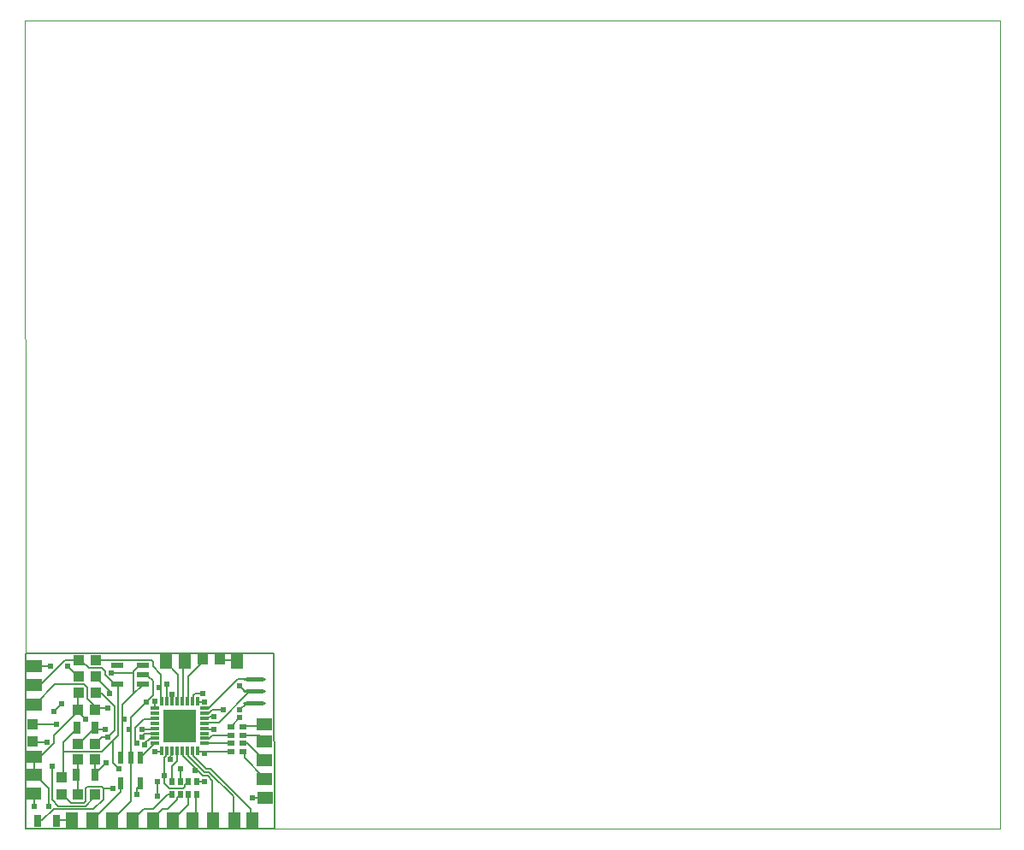
<source format=gtl>
G75*
%MOIN*%
%OFA0B0*%
%FSLAX25Y25*%
%IPPOS*%
%LPD*%
%AMOC8*
5,1,8,0,0,1.08239X$1,22.5*
%
%ADD10C,0.00000*%
%ADD11C,0.00700*%
%ADD12R,0.04331X0.03937*%
%ADD13R,0.06000X0.05000*%
%ADD14R,0.05000X0.06000*%
%ADD15R,0.03150X0.04724*%
%ADD16R,0.03937X0.04331*%
%ADD17R,0.02559X0.01969*%
%ADD18R,0.01969X0.02559*%
%ADD19R,0.02165X0.04724*%
%ADD20R,0.04724X0.02165*%
%ADD21C,0.01772*%
%ADD22C,0.01000*%
%ADD23R,0.03200X0.01200*%
%ADD24R,0.01200X0.03200*%
%ADD25R,0.12800X0.12800*%
%ADD26C,0.00500*%
%ADD27C,0.02400*%
D10*
X0028340Y0073757D02*
X0028004Y0320391D01*
X0407980Y0320391D01*
X0407980Y0005430D01*
X0125292Y0005263D01*
D11*
X0028273Y0005330D02*
X0028340Y0073757D01*
X0125239Y0073810D01*
X0125292Y0005263D01*
X0028273Y0005330D01*
D12*
X0048695Y0018783D03*
X0055388Y0018783D03*
X0055508Y0032345D03*
X0055417Y0038367D03*
X0048724Y0038367D03*
X0048815Y0032345D03*
X0048756Y0051671D03*
X0048963Y0058264D03*
X0048986Y0064788D03*
X0048924Y0070984D03*
X0055617Y0070984D03*
X0055679Y0064788D03*
X0055656Y0058264D03*
X0055449Y0051671D03*
X0097279Y0071406D03*
X0103972Y0071406D03*
D13*
X0121550Y0046143D03*
X0121550Y0039414D03*
X0121550Y0032146D03*
X0121514Y0024818D03*
X0121811Y0017327D03*
X0031435Y0018895D03*
X0031823Y0026229D03*
X0031862Y0033205D03*
X0031827Y0053708D03*
X0031727Y0061472D03*
X0031733Y0068667D03*
D14*
X0082979Y0070530D03*
X0090479Y0070530D03*
X0110761Y0070535D03*
X0109603Y0008816D03*
X0116603Y0008753D03*
X0101527Y0008712D03*
X0093578Y0008680D03*
X0085676Y0008735D03*
X0077978Y0008605D03*
X0070150Y0008605D03*
X0062179Y0008652D03*
X0054548Y0008607D03*
X0046560Y0008711D03*
D15*
X0040297Y0008420D03*
X0033210Y0008420D03*
X0048232Y0026443D03*
X0055318Y0026443D03*
X0055438Y0044727D03*
X0048351Y0044727D03*
D16*
X0031156Y0046087D03*
X0031156Y0039394D03*
X0042442Y0025523D03*
X0042442Y0018830D03*
D17*
X0108280Y0035435D03*
X0108280Y0038584D03*
X0108280Y0041734D03*
X0108280Y0044883D03*
X0113201Y0044883D03*
X0113201Y0041734D03*
X0113201Y0038584D03*
X0113201Y0035435D03*
D18*
X0094976Y0023639D03*
X0091827Y0023639D03*
X0088677Y0023639D03*
X0085528Y0023639D03*
X0085528Y0018718D03*
X0088677Y0018718D03*
X0091827Y0018718D03*
X0094976Y0018718D03*
D19*
X0073034Y0022876D03*
X0065554Y0022876D03*
X0065554Y0033113D03*
X0069294Y0033113D03*
X0073034Y0033113D03*
D20*
X0074250Y0061604D03*
X0074250Y0065344D03*
X0074250Y0069084D03*
X0064013Y0069084D03*
X0064013Y0061604D03*
D21*
X0114686Y0063746D02*
X0120414Y0063746D01*
X0120414Y0059021D02*
X0114686Y0059021D01*
X0114686Y0054297D02*
X0120414Y0054297D01*
D22*
X0121550Y0054297D02*
X0117550Y0054297D01*
X0113550Y0054297D01*
X0113550Y0059021D02*
X0117550Y0059021D01*
X0121550Y0059021D01*
X0121550Y0063746D02*
X0117550Y0063746D01*
X0113550Y0063746D01*
D23*
X0098088Y0052367D03*
X0098088Y0050367D03*
X0098088Y0048467D03*
X0098088Y0046467D03*
X0098088Y0044467D03*
X0098088Y0042467D03*
X0098088Y0040567D03*
X0098088Y0038567D03*
X0078688Y0038567D03*
X0078688Y0040567D03*
X0078688Y0042467D03*
X0078688Y0044467D03*
X0078688Y0046467D03*
X0078688Y0048467D03*
X0078688Y0050367D03*
X0078688Y0052367D03*
D24*
X0081488Y0055167D03*
X0083488Y0055167D03*
X0085388Y0055167D03*
X0087388Y0055167D03*
X0089388Y0055167D03*
X0091388Y0055167D03*
X0093288Y0055167D03*
X0095288Y0055167D03*
X0095288Y0035767D03*
X0093288Y0035767D03*
X0091388Y0035767D03*
X0089388Y0035767D03*
X0087388Y0035767D03*
X0085388Y0035767D03*
X0083488Y0035767D03*
X0081488Y0035767D03*
D25*
X0088388Y0045467D03*
D26*
X0078688Y0044467D02*
X0078654Y0044180D01*
X0073654Y0044180D01*
X0074904Y0042305D02*
X0073654Y0041055D01*
X0074904Y0042305D02*
X0078654Y0042305D01*
X0078688Y0042467D01*
X0078688Y0040567D02*
X0078654Y0040430D01*
X0076779Y0040430D01*
X0074904Y0038555D01*
X0074904Y0037930D01*
X0071779Y0038555D02*
X0071154Y0039180D01*
X0071154Y0044805D01*
X0074279Y0047930D01*
X0078654Y0047930D01*
X0078688Y0048467D01*
X0078688Y0052367D02*
X0078629Y0052730D01*
X0078629Y0054930D01*
X0078029Y0057305D02*
X0075529Y0054805D01*
X0069279Y0048555D01*
X0069279Y0044180D01*
X0068654Y0044180D01*
X0069279Y0044180D02*
X0069279Y0033555D01*
X0069294Y0033113D01*
X0069279Y0032930D01*
X0069279Y0016055D01*
X0062404Y0009180D01*
X0062179Y0008652D01*
X0054904Y0009180D02*
X0054548Y0008607D01*
X0054904Y0009180D02*
X0065529Y0019805D01*
X0065529Y0022305D01*
X0065554Y0022876D01*
X0062404Y0021055D02*
X0058654Y0021055D01*
X0058654Y0016680D01*
X0054904Y0012930D01*
X0039279Y0012930D01*
X0034904Y0008555D01*
X0033654Y0008555D01*
X0033210Y0008420D01*
X0040297Y0008420D02*
X0040529Y0008555D01*
X0046154Y0008555D01*
X0046560Y0008711D01*
X0046154Y0015430D02*
X0051154Y0015430D01*
X0051779Y0016055D01*
X0051779Y0021055D01*
X0052404Y0021680D01*
X0058029Y0021680D01*
X0058654Y0021055D01*
X0055388Y0018783D02*
X0054904Y0018555D01*
X0054904Y0017305D01*
X0051779Y0014180D01*
X0041154Y0014180D01*
X0038654Y0016680D01*
X0038654Y0029805D01*
X0042442Y0025523D02*
X0043029Y0026055D01*
X0043029Y0035430D01*
X0058029Y0035430D01*
X0062404Y0039805D01*
X0062404Y0031055D01*
X0064904Y0028555D01*
X0059904Y0031055D02*
X0055529Y0026680D01*
X0055318Y0026443D01*
X0055529Y0026680D02*
X0055529Y0032305D01*
X0055508Y0032345D01*
X0055417Y0038367D02*
X0055529Y0038555D01*
X0058029Y0041055D01*
X0060529Y0041055D01*
X0063029Y0043555D01*
X0063029Y0052930D01*
X0058029Y0057930D01*
X0056154Y0057930D01*
X0055656Y0058264D01*
X0052404Y0060430D02*
X0052404Y0056055D01*
X0054904Y0053555D01*
X0054904Y0052305D01*
X0055449Y0051671D01*
X0054904Y0051680D01*
X0054904Y0052305D01*
X0060529Y0052305D01*
X0061154Y0057930D02*
X0061154Y0059180D01*
X0056154Y0064180D01*
X0055679Y0064788D01*
X0059279Y0065430D02*
X0063654Y0061055D01*
X0064013Y0061604D01*
X0064279Y0061055D01*
X0064279Y0041680D01*
X0062404Y0039805D01*
X0059279Y0044180D02*
X0055529Y0044180D01*
X0055438Y0044727D01*
X0054904Y0044180D01*
X0049279Y0038555D01*
X0048724Y0038367D01*
X0043029Y0039180D02*
X0048029Y0044180D01*
X0048351Y0044727D01*
X0051779Y0047930D02*
X0048654Y0051055D01*
X0048756Y0051671D01*
X0048654Y0051680D01*
X0048654Y0057930D01*
X0048963Y0058264D01*
X0051154Y0061680D02*
X0039904Y0061680D01*
X0032404Y0054180D01*
X0031827Y0053708D01*
X0031156Y0046087D02*
X0031779Y0046055D01*
X0040529Y0046055D01*
X0039279Y0051055D02*
X0042404Y0054180D01*
X0048654Y0051055D02*
X0039279Y0041680D01*
X0039279Y0038555D01*
X0031779Y0031055D01*
X0031862Y0033205D01*
X0031779Y0032930D01*
X0031779Y0031055D01*
X0031779Y0026680D01*
X0031823Y0026229D01*
X0032404Y0026055D01*
X0037404Y0021055D01*
X0037404Y0014180D01*
X0042442Y0018830D02*
X0043029Y0018555D01*
X0046154Y0015430D01*
X0048695Y0018783D02*
X0048654Y0019180D01*
X0048654Y0026055D01*
X0048232Y0026443D01*
X0048654Y0026680D01*
X0048654Y0032305D01*
X0048815Y0032345D01*
X0043029Y0035430D02*
X0043029Y0039180D01*
X0036779Y0039180D02*
X0031779Y0039180D01*
X0031156Y0039394D01*
X0052404Y0060430D02*
X0051154Y0061680D01*
X0048986Y0064788D02*
X0048654Y0064805D01*
X0044904Y0068555D01*
X0043654Y0071055D02*
X0034279Y0061680D01*
X0031779Y0061680D01*
X0031727Y0061472D01*
X0031779Y0068555D02*
X0031733Y0068667D01*
X0031779Y0068555D02*
X0038029Y0068555D01*
X0043654Y0071055D02*
X0048654Y0071055D01*
X0048924Y0070984D01*
X0049279Y0070430D01*
X0050529Y0070430D01*
X0053029Y0067930D01*
X0058029Y0067930D01*
X0059279Y0066680D01*
X0059279Y0065430D01*
X0061779Y0066055D02*
X0070529Y0066055D01*
X0070529Y0066680D01*
X0072404Y0068555D01*
X0073654Y0068555D01*
X0074250Y0069084D01*
X0077404Y0071055D02*
X0056154Y0071055D01*
X0055617Y0070984D01*
X0070529Y0066055D02*
X0070529Y0057930D01*
X0066154Y0053555D01*
X0066154Y0047930D01*
X0066779Y0047930D01*
X0066154Y0047930D02*
X0066154Y0033555D01*
X0065554Y0033113D01*
X0073034Y0033113D02*
X0073654Y0033555D01*
X0078654Y0038555D01*
X0078688Y0038567D01*
X0078654Y0035430D02*
X0081154Y0035430D01*
X0081488Y0035767D01*
X0083029Y0035430D02*
X0083029Y0033555D01*
X0082404Y0032930D01*
X0082404Y0026055D01*
X0082404Y0022930D01*
X0084279Y0021055D01*
X0089904Y0021055D01*
X0090529Y0021680D01*
X0090529Y0022305D01*
X0091779Y0023555D01*
X0091827Y0023639D01*
X0094976Y0023639D02*
X0095529Y0023555D01*
X0098029Y0023555D01*
X0097404Y0026055D02*
X0099279Y0026055D01*
X0101154Y0024180D01*
X0101154Y0009180D01*
X0101527Y0008712D01*
X0094904Y0010430D02*
X0093654Y0009180D01*
X0093578Y0008680D01*
X0094904Y0010430D02*
X0094904Y0018555D01*
X0094976Y0018718D01*
X0091827Y0018718D02*
X0091779Y0018555D01*
X0091779Y0014805D01*
X0086154Y0009180D01*
X0085676Y0008735D01*
X0081779Y0012930D02*
X0078029Y0009180D01*
X0077978Y0008605D01*
X0078029Y0012930D02*
X0074279Y0012930D01*
X0070529Y0009180D01*
X0070150Y0008605D01*
X0078029Y0012930D02*
X0083654Y0018555D01*
X0084904Y0018555D01*
X0085528Y0018718D01*
X0087404Y0017305D02*
X0087404Y0016680D01*
X0083654Y0012930D01*
X0081779Y0012930D01*
X0079904Y0017930D02*
X0079904Y0023555D01*
X0085528Y0023639D02*
X0085529Y0024180D01*
X0085529Y0029805D01*
X0087404Y0031680D01*
X0087404Y0035430D01*
X0087388Y0035767D01*
X0085529Y0035430D02*
X0085529Y0034180D01*
X0084904Y0033555D01*
X0084904Y0032305D01*
X0085529Y0035430D02*
X0085388Y0035767D01*
X0083488Y0035767D02*
X0083029Y0035430D01*
X0089388Y0035767D02*
X0089904Y0035430D01*
X0089904Y0033555D01*
X0094904Y0028555D01*
X0094279Y0027930D01*
X0094904Y0028555D02*
X0097404Y0026055D01*
X0098029Y0027305D02*
X0099904Y0027305D01*
X0109279Y0017930D01*
X0109279Y0009180D01*
X0109603Y0008816D01*
X0116154Y0009180D02*
X0116154Y0012930D01*
X0100529Y0028555D01*
X0098654Y0028555D01*
X0093654Y0033555D01*
X0093654Y0035430D01*
X0093288Y0035767D01*
X0091779Y0035430D02*
X0091388Y0035767D01*
X0091779Y0035430D02*
X0091779Y0033555D01*
X0098029Y0027305D01*
X0098029Y0034805D02*
X0098029Y0035430D01*
X0108029Y0035430D01*
X0108280Y0035435D01*
X0108029Y0038555D02*
X0108280Y0038584D01*
X0108029Y0038555D02*
X0098654Y0038555D01*
X0098088Y0038567D01*
X0098654Y0040430D02*
X0098088Y0040567D01*
X0098654Y0040430D02*
X0099904Y0040430D01*
X0101154Y0041680D01*
X0108029Y0041680D01*
X0108280Y0041734D01*
X0108280Y0044883D02*
X0108654Y0045430D01*
X0111779Y0048555D01*
X0111779Y0051680D02*
X0114279Y0054180D01*
X0117550Y0054297D01*
X0115529Y0058555D02*
X0117550Y0059021D01*
X0115529Y0058555D02*
X0103654Y0046680D01*
X0098654Y0046680D01*
X0098088Y0046467D01*
X0098088Y0048467D02*
X0098654Y0048555D01*
X0099904Y0048555D01*
X0100529Y0049180D01*
X0101779Y0049180D01*
X0099904Y0050430D02*
X0101154Y0051680D01*
X0105529Y0051680D01*
X0099904Y0052305D02*
X0111154Y0063555D01*
X0113654Y0063555D01*
X0113550Y0063746D01*
X0111779Y0061055D02*
X0113654Y0059180D01*
X0113550Y0059021D01*
X0110761Y0070535D02*
X0110529Y0071055D01*
X0104279Y0071055D01*
X0103972Y0071406D01*
X0097279Y0071406D02*
X0096779Y0071055D01*
X0096779Y0069805D01*
X0091779Y0064805D01*
X0091779Y0055430D01*
X0091388Y0055167D01*
X0089904Y0055430D02*
X0089388Y0055167D01*
X0089904Y0055430D02*
X0089904Y0070430D01*
X0090479Y0070530D01*
X0087704Y0065455D02*
X0083029Y0070430D01*
X0082979Y0070530D01*
X0078029Y0070430D02*
X0077404Y0071055D01*
X0078029Y0070430D02*
X0078029Y0068555D01*
X0081154Y0065430D01*
X0081154Y0060430D01*
X0080529Y0060430D01*
X0081154Y0060430D02*
X0081154Y0055430D01*
X0081488Y0055167D01*
X0083488Y0055167D02*
X0083579Y0055480D01*
X0083529Y0061830D01*
X0087704Y0065455D02*
X0087704Y0054830D01*
X0087388Y0055167D01*
X0085388Y0055167D02*
X0085379Y0055176D01*
X0085379Y0057630D01*
X0078029Y0057305D02*
X0078029Y0062930D01*
X0076154Y0064805D01*
X0074279Y0064805D01*
X0074250Y0065344D01*
X0074250Y0061604D02*
X0073654Y0061055D01*
X0070529Y0057930D01*
X0093288Y0055167D02*
X0093654Y0055430D01*
X0093654Y0057305D01*
X0094279Y0057930D01*
X0097404Y0057930D01*
X0098029Y0054805D02*
X0095529Y0054805D01*
X0095288Y0055167D01*
X0098088Y0052367D02*
X0098654Y0052305D01*
X0099904Y0052305D01*
X0099904Y0050430D02*
X0098654Y0050430D01*
X0098088Y0050367D01*
X0098088Y0044467D02*
X0098654Y0044180D01*
X0101779Y0044180D01*
X0098029Y0035430D02*
X0095529Y0035430D01*
X0095288Y0035767D01*
X0088654Y0028555D02*
X0088654Y0024180D01*
X0088677Y0023639D01*
X0088677Y0018718D02*
X0088654Y0018555D01*
X0087404Y0017305D01*
X0073029Y0022305D02*
X0073034Y0022876D01*
X0073029Y0022305D02*
X0071779Y0021055D01*
X0071779Y0018555D01*
X0031779Y0018555D02*
X0031779Y0014180D01*
X0031779Y0018555D02*
X0031435Y0018895D01*
X0113654Y0032930D02*
X0121154Y0025430D01*
X0121514Y0024818D01*
X0121811Y0017327D02*
X0121779Y0017305D01*
X0116779Y0017305D01*
X0116154Y0009180D02*
X0116603Y0008753D01*
X0121550Y0032146D02*
X0121154Y0032305D01*
X0114904Y0038555D01*
X0113654Y0038555D01*
X0113201Y0038584D01*
X0113654Y0041680D02*
X0113201Y0041734D01*
X0113654Y0041680D02*
X0119279Y0041680D01*
X0121154Y0039805D01*
X0121550Y0039414D01*
X0120529Y0045430D02*
X0113654Y0045430D01*
X0113201Y0044883D01*
X0120529Y0045430D02*
X0121154Y0046055D01*
X0121550Y0046143D01*
X0113654Y0035430D02*
X0113201Y0035435D01*
X0113654Y0035430D02*
X0113654Y0032930D01*
D27*
X0101779Y0044180D03*
X0101779Y0049180D03*
X0105529Y0051680D03*
X0111779Y0051680D03*
X0111779Y0048555D03*
X0111779Y0061055D03*
X0097404Y0057930D03*
X0098029Y0054805D03*
X0085379Y0057630D03*
X0080529Y0060430D03*
X0083529Y0061830D03*
X0078629Y0054930D03*
X0075529Y0054805D03*
X0066779Y0047930D03*
X0068654Y0044180D03*
X0073654Y0044180D03*
X0073654Y0041055D03*
X0071779Y0038555D03*
X0074904Y0037930D03*
X0078654Y0035430D03*
X0084904Y0032305D03*
X0088654Y0028555D03*
X0082404Y0026055D03*
X0079904Y0023555D03*
X0079904Y0017930D03*
X0071779Y0018555D03*
X0062404Y0021055D03*
X0064904Y0028555D03*
X0059904Y0031055D03*
X0060529Y0041055D03*
X0059279Y0044180D03*
X0051779Y0047930D03*
X0060529Y0052305D03*
X0061154Y0057930D03*
X0061779Y0066055D03*
X0044904Y0068555D03*
X0038029Y0068555D03*
X0042404Y0054180D03*
X0039279Y0051055D03*
X0040529Y0046055D03*
X0036779Y0039180D03*
X0038654Y0029805D03*
X0037404Y0014180D03*
X0031779Y0014180D03*
X0094279Y0027930D03*
X0098029Y0023555D03*
X0098029Y0034805D03*
X0116779Y0017305D03*
M02*

</source>
